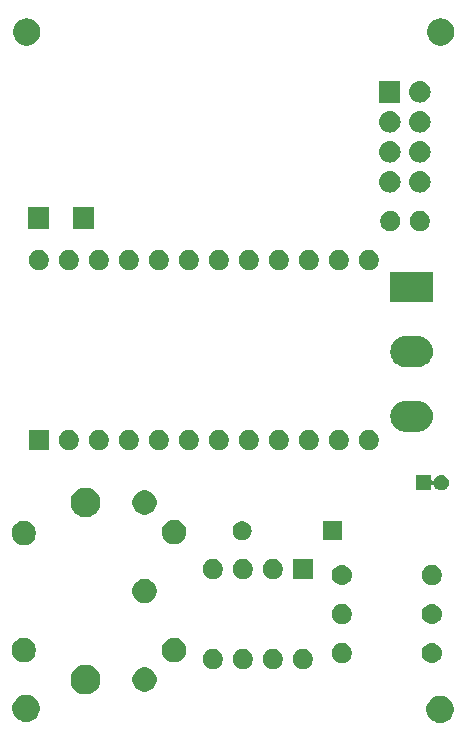
<source format=gbr>
G04 #@! TF.GenerationSoftware,KiCad,Pcbnew,(5.1.4-0-10_14)*
G04 #@! TF.CreationDate,2020-01-13T15:42:18-06:00*
G04 #@! TF.ProjectId,MIDI_TRANSMITTER,4d494449-5f54-4524-914e-534d49545445,rev?*
G04 #@! TF.SameCoordinates,Original*
G04 #@! TF.FileFunction,Soldermask,Bot*
G04 #@! TF.FilePolarity,Negative*
%FSLAX46Y46*%
G04 Gerber Fmt 4.6, Leading zero omitted, Abs format (unit mm)*
G04 Created by KiCad (PCBNEW (5.1.4-0-10_14)) date 2020-01-13 15:42:18*
%MOMM*%
%LPD*%
G04 APERTURE LIST*
%ADD10C,0.100000*%
G04 APERTURE END LIST*
D10*
G36*
X149767049Y-109043616D02*
G01*
X149878234Y-109065732D01*
X150087703Y-109152497D01*
X150276220Y-109278460D01*
X150436540Y-109438780D01*
X150562503Y-109627297D01*
X150649268Y-109836766D01*
X150693500Y-110059136D01*
X150693500Y-110285864D01*
X150649268Y-110508234D01*
X150562503Y-110717703D01*
X150436540Y-110906220D01*
X150276220Y-111066540D01*
X150087703Y-111192503D01*
X149878234Y-111279268D01*
X149767049Y-111301384D01*
X149655865Y-111323500D01*
X149429135Y-111323500D01*
X149317951Y-111301384D01*
X149206766Y-111279268D01*
X148997297Y-111192503D01*
X148808780Y-111066540D01*
X148648460Y-110906220D01*
X148522497Y-110717703D01*
X148435732Y-110508234D01*
X148391500Y-110285864D01*
X148391500Y-110059136D01*
X148435732Y-109836766D01*
X148522497Y-109627297D01*
X148648460Y-109438780D01*
X148808780Y-109278460D01*
X148997297Y-109152497D01*
X149206766Y-109065732D01*
X149317951Y-109043616D01*
X149429135Y-109021500D01*
X149655865Y-109021500D01*
X149767049Y-109043616D01*
X149767049Y-109043616D01*
G37*
G36*
X114715049Y-108980116D02*
G01*
X114826234Y-109002232D01*
X115035703Y-109088997D01*
X115224220Y-109214960D01*
X115384540Y-109375280D01*
X115510503Y-109563797D01*
X115597268Y-109773266D01*
X115641500Y-109995636D01*
X115641500Y-110222364D01*
X115597268Y-110444734D01*
X115510503Y-110654203D01*
X115384540Y-110842720D01*
X115224220Y-111003040D01*
X115035703Y-111129003D01*
X114826234Y-111215768D01*
X114715049Y-111237884D01*
X114603865Y-111260000D01*
X114377135Y-111260000D01*
X114265951Y-111237884D01*
X114154766Y-111215768D01*
X113945297Y-111129003D01*
X113756780Y-111003040D01*
X113596460Y-110842720D01*
X113470497Y-110654203D01*
X113383732Y-110444734D01*
X113339500Y-110222364D01*
X113339500Y-109995636D01*
X113383732Y-109773266D01*
X113470497Y-109563797D01*
X113596460Y-109375280D01*
X113756780Y-109214960D01*
X113945297Y-109088997D01*
X114154766Y-109002232D01*
X114265951Y-108980116D01*
X114377135Y-108958000D01*
X114603865Y-108958000D01*
X114715049Y-108980116D01*
X114715049Y-108980116D01*
G37*
G36*
X119871857Y-106460480D02*
G01*
X119884903Y-106463075D01*
X120112571Y-106557378D01*
X120317466Y-106694285D01*
X120491715Y-106868534D01*
X120628622Y-107073429D01*
X120722925Y-107301097D01*
X120771000Y-107542787D01*
X120771000Y-107789213D01*
X120722925Y-108030903D01*
X120628622Y-108258571D01*
X120491715Y-108463466D01*
X120317466Y-108637715D01*
X120112571Y-108774622D01*
X120112570Y-108774623D01*
X120112569Y-108774623D01*
X119884903Y-108868925D01*
X119643214Y-108917000D01*
X119396786Y-108917000D01*
X119155097Y-108868925D01*
X118927431Y-108774623D01*
X118927430Y-108774623D01*
X118927429Y-108774622D01*
X118722534Y-108637715D01*
X118548285Y-108463466D01*
X118411378Y-108258571D01*
X118317075Y-108030903D01*
X118269000Y-107789213D01*
X118269000Y-107542787D01*
X118317075Y-107301097D01*
X118411378Y-107073429D01*
X118548285Y-106868534D01*
X118722534Y-106694285D01*
X118927429Y-106557378D01*
X119155097Y-106463075D01*
X119168143Y-106460480D01*
X119396786Y-106415000D01*
X119643214Y-106415000D01*
X119871857Y-106460480D01*
X119871857Y-106460480D01*
G37*
G36*
X124819272Y-106679428D02*
G01*
X125005991Y-106756770D01*
X125005993Y-106756771D01*
X125174037Y-106869054D01*
X125316946Y-107011963D01*
X125358016Y-107073429D01*
X125429230Y-107180009D01*
X125506572Y-107366728D01*
X125546000Y-107564947D01*
X125546000Y-107767053D01*
X125506572Y-107965272D01*
X125429230Y-108151991D01*
X125429229Y-108151993D01*
X125316946Y-108320037D01*
X125174037Y-108462946D01*
X125005993Y-108575229D01*
X125005992Y-108575230D01*
X125005991Y-108575230D01*
X124819272Y-108652572D01*
X124621053Y-108692000D01*
X124418947Y-108692000D01*
X124220728Y-108652572D01*
X124034009Y-108575230D01*
X124034008Y-108575230D01*
X124034007Y-108575229D01*
X123865963Y-108462946D01*
X123723054Y-108320037D01*
X123610771Y-108151993D01*
X123610770Y-108151991D01*
X123533428Y-107965272D01*
X123494000Y-107767053D01*
X123494000Y-107564947D01*
X123533428Y-107366728D01*
X123610770Y-107180009D01*
X123681984Y-107073429D01*
X123723054Y-107011963D01*
X123865963Y-106869054D01*
X124034007Y-106756771D01*
X124034009Y-106756770D01*
X124220728Y-106679428D01*
X124418947Y-106640000D01*
X124621053Y-106640000D01*
X124819272Y-106679428D01*
X124819272Y-106679428D01*
G37*
G36*
X138170228Y-105099703D02*
G01*
X138325100Y-105163853D01*
X138464481Y-105256985D01*
X138583015Y-105375519D01*
X138676147Y-105514900D01*
X138740297Y-105669772D01*
X138773000Y-105834184D01*
X138773000Y-106001816D01*
X138740297Y-106166228D01*
X138676147Y-106321100D01*
X138583015Y-106460481D01*
X138464481Y-106579015D01*
X138325100Y-106672147D01*
X138170228Y-106736297D01*
X138005816Y-106769000D01*
X137838184Y-106769000D01*
X137673772Y-106736297D01*
X137518900Y-106672147D01*
X137379519Y-106579015D01*
X137260985Y-106460481D01*
X137167853Y-106321100D01*
X137103703Y-106166228D01*
X137071000Y-106001816D01*
X137071000Y-105834184D01*
X137103703Y-105669772D01*
X137167853Y-105514900D01*
X137260985Y-105375519D01*
X137379519Y-105256985D01*
X137518900Y-105163853D01*
X137673772Y-105099703D01*
X137838184Y-105067000D01*
X138005816Y-105067000D01*
X138170228Y-105099703D01*
X138170228Y-105099703D01*
G37*
G36*
X135630228Y-105099703D02*
G01*
X135785100Y-105163853D01*
X135924481Y-105256985D01*
X136043015Y-105375519D01*
X136136147Y-105514900D01*
X136200297Y-105669772D01*
X136233000Y-105834184D01*
X136233000Y-106001816D01*
X136200297Y-106166228D01*
X136136147Y-106321100D01*
X136043015Y-106460481D01*
X135924481Y-106579015D01*
X135785100Y-106672147D01*
X135630228Y-106736297D01*
X135465816Y-106769000D01*
X135298184Y-106769000D01*
X135133772Y-106736297D01*
X134978900Y-106672147D01*
X134839519Y-106579015D01*
X134720985Y-106460481D01*
X134627853Y-106321100D01*
X134563703Y-106166228D01*
X134531000Y-106001816D01*
X134531000Y-105834184D01*
X134563703Y-105669772D01*
X134627853Y-105514900D01*
X134720985Y-105375519D01*
X134839519Y-105256985D01*
X134978900Y-105163853D01*
X135133772Y-105099703D01*
X135298184Y-105067000D01*
X135465816Y-105067000D01*
X135630228Y-105099703D01*
X135630228Y-105099703D01*
G37*
G36*
X133090228Y-105099703D02*
G01*
X133245100Y-105163853D01*
X133384481Y-105256985D01*
X133503015Y-105375519D01*
X133596147Y-105514900D01*
X133660297Y-105669772D01*
X133693000Y-105834184D01*
X133693000Y-106001816D01*
X133660297Y-106166228D01*
X133596147Y-106321100D01*
X133503015Y-106460481D01*
X133384481Y-106579015D01*
X133245100Y-106672147D01*
X133090228Y-106736297D01*
X132925816Y-106769000D01*
X132758184Y-106769000D01*
X132593772Y-106736297D01*
X132438900Y-106672147D01*
X132299519Y-106579015D01*
X132180985Y-106460481D01*
X132087853Y-106321100D01*
X132023703Y-106166228D01*
X131991000Y-106001816D01*
X131991000Y-105834184D01*
X132023703Y-105669772D01*
X132087853Y-105514900D01*
X132180985Y-105375519D01*
X132299519Y-105256985D01*
X132438900Y-105163853D01*
X132593772Y-105099703D01*
X132758184Y-105067000D01*
X132925816Y-105067000D01*
X133090228Y-105099703D01*
X133090228Y-105099703D01*
G37*
G36*
X130550228Y-105099703D02*
G01*
X130705100Y-105163853D01*
X130844481Y-105256985D01*
X130963015Y-105375519D01*
X131056147Y-105514900D01*
X131120297Y-105669772D01*
X131153000Y-105834184D01*
X131153000Y-106001816D01*
X131120297Y-106166228D01*
X131056147Y-106321100D01*
X130963015Y-106460481D01*
X130844481Y-106579015D01*
X130705100Y-106672147D01*
X130550228Y-106736297D01*
X130385816Y-106769000D01*
X130218184Y-106769000D01*
X130053772Y-106736297D01*
X129898900Y-106672147D01*
X129759519Y-106579015D01*
X129640985Y-106460481D01*
X129547853Y-106321100D01*
X129483703Y-106166228D01*
X129451000Y-106001816D01*
X129451000Y-105834184D01*
X129483703Y-105669772D01*
X129547853Y-105514900D01*
X129640985Y-105375519D01*
X129759519Y-105256985D01*
X129898900Y-105163853D01*
X130053772Y-105099703D01*
X130218184Y-105067000D01*
X130385816Y-105067000D01*
X130550228Y-105099703D01*
X130550228Y-105099703D01*
G37*
G36*
X141472228Y-104591703D02*
G01*
X141627100Y-104655853D01*
X141766481Y-104748985D01*
X141885015Y-104867519D01*
X141978147Y-105006900D01*
X142042297Y-105161772D01*
X142075000Y-105326184D01*
X142075000Y-105493816D01*
X142042297Y-105658228D01*
X141978147Y-105813100D01*
X141885015Y-105952481D01*
X141766481Y-106071015D01*
X141627100Y-106164147D01*
X141472228Y-106228297D01*
X141307816Y-106261000D01*
X141140184Y-106261000D01*
X140975772Y-106228297D01*
X140820900Y-106164147D01*
X140681519Y-106071015D01*
X140562985Y-105952481D01*
X140469853Y-105813100D01*
X140405703Y-105658228D01*
X140373000Y-105493816D01*
X140373000Y-105326184D01*
X140405703Y-105161772D01*
X140469853Y-105006900D01*
X140562985Y-104867519D01*
X140681519Y-104748985D01*
X140820900Y-104655853D01*
X140975772Y-104591703D01*
X141140184Y-104559000D01*
X141307816Y-104559000D01*
X141472228Y-104591703D01*
X141472228Y-104591703D01*
G37*
G36*
X149010823Y-104571313D02*
G01*
X149171242Y-104619976D01*
X149238361Y-104655852D01*
X149319078Y-104698996D01*
X149448659Y-104805341D01*
X149555004Y-104934922D01*
X149555005Y-104934924D01*
X149634024Y-105082758D01*
X149682687Y-105243177D01*
X149699117Y-105410000D01*
X149682687Y-105576823D01*
X149634024Y-105737242D01*
X149589769Y-105820037D01*
X149555004Y-105885078D01*
X149448659Y-106014659D01*
X149319078Y-106121004D01*
X149319076Y-106121005D01*
X149171242Y-106200024D01*
X149010823Y-106248687D01*
X148885804Y-106261000D01*
X148802196Y-106261000D01*
X148677177Y-106248687D01*
X148516758Y-106200024D01*
X148368924Y-106121005D01*
X148368922Y-106121004D01*
X148239341Y-106014659D01*
X148132996Y-105885078D01*
X148098231Y-105820037D01*
X148053976Y-105737242D01*
X148005313Y-105576823D01*
X147988883Y-105410000D01*
X148005313Y-105243177D01*
X148053976Y-105082758D01*
X148132995Y-104934924D01*
X148132996Y-104934922D01*
X148239341Y-104805341D01*
X148368922Y-104698996D01*
X148449639Y-104655852D01*
X148516758Y-104619976D01*
X148677177Y-104571313D01*
X148802196Y-104559000D01*
X148885804Y-104559000D01*
X149010823Y-104571313D01*
X149010823Y-104571313D01*
G37*
G36*
X127319272Y-104179428D02*
G01*
X127481851Y-104246771D01*
X127505993Y-104256771D01*
X127674037Y-104369054D01*
X127816946Y-104511963D01*
X127929229Y-104680007D01*
X127929230Y-104680009D01*
X128006572Y-104866728D01*
X128046000Y-105064947D01*
X128046000Y-105267053D01*
X128006572Y-105465272D01*
X127960365Y-105576825D01*
X127929229Y-105651993D01*
X127816946Y-105820037D01*
X127674037Y-105962946D01*
X127505993Y-106075229D01*
X127505992Y-106075230D01*
X127505991Y-106075230D01*
X127319272Y-106152572D01*
X127121053Y-106192000D01*
X126918947Y-106192000D01*
X126720728Y-106152572D01*
X126534009Y-106075230D01*
X126534008Y-106075230D01*
X126534007Y-106075229D01*
X126365963Y-105962946D01*
X126223054Y-105820037D01*
X126110771Y-105651993D01*
X126079635Y-105576825D01*
X126033428Y-105465272D01*
X125994000Y-105267053D01*
X125994000Y-105064947D01*
X126033428Y-104866728D01*
X126110770Y-104680009D01*
X126110771Y-104680007D01*
X126223054Y-104511963D01*
X126365963Y-104369054D01*
X126534007Y-104256771D01*
X126558149Y-104246771D01*
X126720728Y-104179428D01*
X126918947Y-104140000D01*
X127121053Y-104140000D01*
X127319272Y-104179428D01*
X127319272Y-104179428D01*
G37*
G36*
X114599272Y-104169428D02*
G01*
X114785991Y-104246770D01*
X114785993Y-104246771D01*
X114954037Y-104359054D01*
X115096946Y-104501963D01*
X115209229Y-104670007D01*
X115209230Y-104670009D01*
X115286572Y-104856728D01*
X115326000Y-105054947D01*
X115326000Y-105257053D01*
X115286572Y-105455272D01*
X115209230Y-105641991D01*
X115209229Y-105641993D01*
X115096946Y-105810037D01*
X114954037Y-105952946D01*
X114785993Y-106065229D01*
X114785992Y-106065230D01*
X114785991Y-106065230D01*
X114599272Y-106142572D01*
X114401053Y-106182000D01*
X114198947Y-106182000D01*
X114000728Y-106142572D01*
X113814009Y-106065230D01*
X113814008Y-106065230D01*
X113814007Y-106065229D01*
X113645963Y-105952946D01*
X113503054Y-105810037D01*
X113390771Y-105641993D01*
X113390770Y-105641991D01*
X113313428Y-105455272D01*
X113274000Y-105257053D01*
X113274000Y-105054947D01*
X113313428Y-104856728D01*
X113390770Y-104670009D01*
X113390771Y-104670007D01*
X113503054Y-104501963D01*
X113645963Y-104359054D01*
X113814007Y-104246771D01*
X113814009Y-104246770D01*
X114000728Y-104169428D01*
X114198947Y-104130000D01*
X114401053Y-104130000D01*
X114599272Y-104169428D01*
X114599272Y-104169428D01*
G37*
G36*
X149010823Y-101269313D02*
G01*
X149171242Y-101317976D01*
X149238361Y-101353852D01*
X149319078Y-101396996D01*
X149448659Y-101503341D01*
X149555004Y-101632922D01*
X149555005Y-101632924D01*
X149634024Y-101780758D01*
X149682687Y-101941177D01*
X149699117Y-102108000D01*
X149682687Y-102274823D01*
X149634024Y-102435242D01*
X149593477Y-102511100D01*
X149555004Y-102583078D01*
X149448659Y-102712659D01*
X149319078Y-102819004D01*
X149319076Y-102819005D01*
X149171242Y-102898024D01*
X149010823Y-102946687D01*
X148885804Y-102959000D01*
X148802196Y-102959000D01*
X148677177Y-102946687D01*
X148516758Y-102898024D01*
X148368924Y-102819005D01*
X148368922Y-102819004D01*
X148239341Y-102712659D01*
X148132996Y-102583078D01*
X148094523Y-102511100D01*
X148053976Y-102435242D01*
X148005313Y-102274823D01*
X147988883Y-102108000D01*
X148005313Y-101941177D01*
X148053976Y-101780758D01*
X148132995Y-101632924D01*
X148132996Y-101632922D01*
X148239341Y-101503341D01*
X148368922Y-101396996D01*
X148449639Y-101353852D01*
X148516758Y-101317976D01*
X148677177Y-101269313D01*
X148802196Y-101257000D01*
X148885804Y-101257000D01*
X149010823Y-101269313D01*
X149010823Y-101269313D01*
G37*
G36*
X141472228Y-101289703D02*
G01*
X141627100Y-101353853D01*
X141766481Y-101446985D01*
X141885015Y-101565519D01*
X141978147Y-101704900D01*
X142042297Y-101859772D01*
X142075000Y-102024184D01*
X142075000Y-102191816D01*
X142042297Y-102356228D01*
X141978147Y-102511100D01*
X141885015Y-102650481D01*
X141766481Y-102769015D01*
X141627100Y-102862147D01*
X141472228Y-102926297D01*
X141307816Y-102959000D01*
X141140184Y-102959000D01*
X140975772Y-102926297D01*
X140820900Y-102862147D01*
X140681519Y-102769015D01*
X140562985Y-102650481D01*
X140469853Y-102511100D01*
X140405703Y-102356228D01*
X140373000Y-102191816D01*
X140373000Y-102024184D01*
X140405703Y-101859772D01*
X140469853Y-101704900D01*
X140562985Y-101565519D01*
X140681519Y-101446985D01*
X140820900Y-101353853D01*
X140975772Y-101289703D01*
X141140184Y-101257000D01*
X141307816Y-101257000D01*
X141472228Y-101289703D01*
X141472228Y-101289703D01*
G37*
G36*
X124819272Y-99179428D02*
G01*
X125005991Y-99256770D01*
X125005993Y-99256771D01*
X125174037Y-99369054D01*
X125316946Y-99511963D01*
X125405628Y-99644686D01*
X125429230Y-99680009D01*
X125506572Y-99866728D01*
X125546000Y-100064947D01*
X125546000Y-100267053D01*
X125506572Y-100465272D01*
X125429230Y-100651991D01*
X125429229Y-100651993D01*
X125316946Y-100820037D01*
X125174037Y-100962946D01*
X125005993Y-101075229D01*
X125005992Y-101075230D01*
X125005991Y-101075230D01*
X124819272Y-101152572D01*
X124621053Y-101192000D01*
X124418947Y-101192000D01*
X124220728Y-101152572D01*
X124034009Y-101075230D01*
X124034008Y-101075230D01*
X124034007Y-101075229D01*
X123865963Y-100962946D01*
X123723054Y-100820037D01*
X123610771Y-100651993D01*
X123610770Y-100651991D01*
X123533428Y-100465272D01*
X123494000Y-100267053D01*
X123494000Y-100064947D01*
X123533428Y-99866728D01*
X123610770Y-99680009D01*
X123634372Y-99644686D01*
X123723054Y-99511963D01*
X123865963Y-99369054D01*
X124034007Y-99256771D01*
X124034009Y-99256770D01*
X124220728Y-99179428D01*
X124418947Y-99140000D01*
X124621053Y-99140000D01*
X124819272Y-99179428D01*
X124819272Y-99179428D01*
G37*
G36*
X141390823Y-97967313D02*
G01*
X141551242Y-98015976D01*
X141618361Y-98051852D01*
X141699078Y-98094996D01*
X141828659Y-98201341D01*
X141935004Y-98330922D01*
X141935005Y-98330924D01*
X142014024Y-98478758D01*
X142062687Y-98639177D01*
X142079117Y-98806000D01*
X142062687Y-98972823D01*
X142014024Y-99133242D01*
X141973477Y-99209100D01*
X141935004Y-99281078D01*
X141828659Y-99410659D01*
X141699078Y-99517004D01*
X141699076Y-99517005D01*
X141551242Y-99596024D01*
X141390823Y-99644687D01*
X141265804Y-99657000D01*
X141182196Y-99657000D01*
X141057177Y-99644687D01*
X140896758Y-99596024D01*
X140748924Y-99517005D01*
X140748922Y-99517004D01*
X140619341Y-99410659D01*
X140512996Y-99281078D01*
X140474523Y-99209100D01*
X140433976Y-99133242D01*
X140385313Y-98972823D01*
X140368883Y-98806000D01*
X140385313Y-98639177D01*
X140433976Y-98478758D01*
X140512995Y-98330924D01*
X140512996Y-98330922D01*
X140619341Y-98201341D01*
X140748922Y-98094996D01*
X140829639Y-98051852D01*
X140896758Y-98015976D01*
X141057177Y-97967313D01*
X141182196Y-97955000D01*
X141265804Y-97955000D01*
X141390823Y-97967313D01*
X141390823Y-97967313D01*
G37*
G36*
X149092228Y-97987703D02*
G01*
X149247100Y-98051853D01*
X149386481Y-98144985D01*
X149505015Y-98263519D01*
X149598147Y-98402900D01*
X149662297Y-98557772D01*
X149695000Y-98722184D01*
X149695000Y-98889816D01*
X149662297Y-99054228D01*
X149598147Y-99209100D01*
X149505015Y-99348481D01*
X149386481Y-99467015D01*
X149247100Y-99560147D01*
X149092228Y-99624297D01*
X148927816Y-99657000D01*
X148760184Y-99657000D01*
X148595772Y-99624297D01*
X148440900Y-99560147D01*
X148301519Y-99467015D01*
X148182985Y-99348481D01*
X148089853Y-99209100D01*
X148025703Y-99054228D01*
X147993000Y-98889816D01*
X147993000Y-98722184D01*
X148025703Y-98557772D01*
X148089853Y-98402900D01*
X148182985Y-98263519D01*
X148301519Y-98144985D01*
X148440900Y-98051853D01*
X148595772Y-97987703D01*
X148760184Y-97955000D01*
X148927816Y-97955000D01*
X149092228Y-97987703D01*
X149092228Y-97987703D01*
G37*
G36*
X138773000Y-99149000D02*
G01*
X137071000Y-99149000D01*
X137071000Y-97447000D01*
X138773000Y-97447000D01*
X138773000Y-99149000D01*
X138773000Y-99149000D01*
G37*
G36*
X135630228Y-97479703D02*
G01*
X135785100Y-97543853D01*
X135924481Y-97636985D01*
X136043015Y-97755519D01*
X136136147Y-97894900D01*
X136200297Y-98049772D01*
X136233000Y-98214184D01*
X136233000Y-98381816D01*
X136200297Y-98546228D01*
X136136147Y-98701100D01*
X136043015Y-98840481D01*
X135924481Y-98959015D01*
X135785100Y-99052147D01*
X135630228Y-99116297D01*
X135465816Y-99149000D01*
X135298184Y-99149000D01*
X135133772Y-99116297D01*
X134978900Y-99052147D01*
X134839519Y-98959015D01*
X134720985Y-98840481D01*
X134627853Y-98701100D01*
X134563703Y-98546228D01*
X134531000Y-98381816D01*
X134531000Y-98214184D01*
X134563703Y-98049772D01*
X134627853Y-97894900D01*
X134720985Y-97755519D01*
X134839519Y-97636985D01*
X134978900Y-97543853D01*
X135133772Y-97479703D01*
X135298184Y-97447000D01*
X135465816Y-97447000D01*
X135630228Y-97479703D01*
X135630228Y-97479703D01*
G37*
G36*
X133090228Y-97479703D02*
G01*
X133245100Y-97543853D01*
X133384481Y-97636985D01*
X133503015Y-97755519D01*
X133596147Y-97894900D01*
X133660297Y-98049772D01*
X133693000Y-98214184D01*
X133693000Y-98381816D01*
X133660297Y-98546228D01*
X133596147Y-98701100D01*
X133503015Y-98840481D01*
X133384481Y-98959015D01*
X133245100Y-99052147D01*
X133090228Y-99116297D01*
X132925816Y-99149000D01*
X132758184Y-99149000D01*
X132593772Y-99116297D01*
X132438900Y-99052147D01*
X132299519Y-98959015D01*
X132180985Y-98840481D01*
X132087853Y-98701100D01*
X132023703Y-98546228D01*
X131991000Y-98381816D01*
X131991000Y-98214184D01*
X132023703Y-98049772D01*
X132087853Y-97894900D01*
X132180985Y-97755519D01*
X132299519Y-97636985D01*
X132438900Y-97543853D01*
X132593772Y-97479703D01*
X132758184Y-97447000D01*
X132925816Y-97447000D01*
X133090228Y-97479703D01*
X133090228Y-97479703D01*
G37*
G36*
X130550228Y-97479703D02*
G01*
X130705100Y-97543853D01*
X130844481Y-97636985D01*
X130963015Y-97755519D01*
X131056147Y-97894900D01*
X131120297Y-98049772D01*
X131153000Y-98214184D01*
X131153000Y-98381816D01*
X131120297Y-98546228D01*
X131056147Y-98701100D01*
X130963015Y-98840481D01*
X130844481Y-98959015D01*
X130705100Y-99052147D01*
X130550228Y-99116297D01*
X130385816Y-99149000D01*
X130218184Y-99149000D01*
X130053772Y-99116297D01*
X129898900Y-99052147D01*
X129759519Y-98959015D01*
X129640985Y-98840481D01*
X129547853Y-98701100D01*
X129483703Y-98546228D01*
X129451000Y-98381816D01*
X129451000Y-98214184D01*
X129483703Y-98049772D01*
X129547853Y-97894900D01*
X129640985Y-97755519D01*
X129759519Y-97636985D01*
X129898900Y-97543853D01*
X130053772Y-97479703D01*
X130218184Y-97447000D01*
X130385816Y-97447000D01*
X130550228Y-97479703D01*
X130550228Y-97479703D01*
G37*
G36*
X114599272Y-94263428D02*
G01*
X114785991Y-94340770D01*
X114785993Y-94340771D01*
X114954037Y-94453054D01*
X115096946Y-94595963D01*
X115200863Y-94751487D01*
X115209230Y-94764009D01*
X115286572Y-94950728D01*
X115326000Y-95148947D01*
X115326000Y-95351053D01*
X115286572Y-95549272D01*
X115253699Y-95628633D01*
X115209229Y-95735993D01*
X115096946Y-95904037D01*
X114954037Y-96046946D01*
X114785993Y-96159229D01*
X114785992Y-96159230D01*
X114785991Y-96159230D01*
X114599272Y-96236572D01*
X114401053Y-96276000D01*
X114198947Y-96276000D01*
X114000728Y-96236572D01*
X113814009Y-96159230D01*
X113814008Y-96159230D01*
X113814007Y-96159229D01*
X113645963Y-96046946D01*
X113503054Y-95904037D01*
X113390771Y-95735993D01*
X113346301Y-95628633D01*
X113313428Y-95549272D01*
X113274000Y-95351053D01*
X113274000Y-95148947D01*
X113313428Y-94950728D01*
X113390770Y-94764009D01*
X113399137Y-94751487D01*
X113503054Y-94595963D01*
X113645963Y-94453054D01*
X113814007Y-94340771D01*
X113814009Y-94340770D01*
X114000728Y-94263428D01*
X114198947Y-94224000D01*
X114401053Y-94224000D01*
X114599272Y-94263428D01*
X114599272Y-94263428D01*
G37*
G36*
X127319272Y-94179428D02*
G01*
X127505991Y-94256770D01*
X127505993Y-94256771D01*
X127674037Y-94369054D01*
X127816946Y-94511963D01*
X127873073Y-94595964D01*
X127929230Y-94680009D01*
X128006572Y-94866728D01*
X128046000Y-95064947D01*
X128046000Y-95267053D01*
X128006572Y-95465272D01*
X127971777Y-95549273D01*
X127929229Y-95651993D01*
X127816946Y-95820037D01*
X127674037Y-95962946D01*
X127505993Y-96075229D01*
X127505992Y-96075230D01*
X127505991Y-96075230D01*
X127319272Y-96152572D01*
X127121053Y-96192000D01*
X126918947Y-96192000D01*
X126720728Y-96152572D01*
X126534009Y-96075230D01*
X126534008Y-96075230D01*
X126534007Y-96075229D01*
X126365963Y-95962946D01*
X126223054Y-95820037D01*
X126110771Y-95651993D01*
X126068223Y-95549273D01*
X126033428Y-95465272D01*
X125994000Y-95267053D01*
X125994000Y-95064947D01*
X126033428Y-94866728D01*
X126110770Y-94680009D01*
X126166927Y-94595964D01*
X126223054Y-94511963D01*
X126365963Y-94369054D01*
X126534007Y-94256771D01*
X126534009Y-94256770D01*
X126720728Y-94179428D01*
X126918947Y-94140000D01*
X127121053Y-94140000D01*
X127319272Y-94179428D01*
X127319272Y-94179428D01*
G37*
G36*
X132857071Y-94262363D02*
G01*
X132935523Y-94270090D01*
X133036182Y-94300625D01*
X133086513Y-94315892D01*
X133225665Y-94390271D01*
X133347633Y-94490367D01*
X133447729Y-94612335D01*
X133522108Y-94751487D01*
X133522108Y-94751488D01*
X133567910Y-94902477D01*
X133583375Y-95059500D01*
X133567910Y-95216523D01*
X133552582Y-95267052D01*
X133522108Y-95367513D01*
X133447729Y-95506665D01*
X133347633Y-95628633D01*
X133225665Y-95728729D01*
X133086513Y-95803108D01*
X133036182Y-95818375D01*
X132935523Y-95848910D01*
X132857071Y-95856637D01*
X132817846Y-95860500D01*
X132739154Y-95860500D01*
X132699929Y-95856637D01*
X132621477Y-95848910D01*
X132520818Y-95818375D01*
X132470487Y-95803108D01*
X132331335Y-95728729D01*
X132209367Y-95628633D01*
X132109271Y-95506665D01*
X132034892Y-95367513D01*
X132004418Y-95267052D01*
X131989090Y-95216523D01*
X131973625Y-95059500D01*
X131989090Y-94902477D01*
X132034892Y-94751488D01*
X132034892Y-94751487D01*
X132109271Y-94612335D01*
X132209367Y-94490367D01*
X132331335Y-94390271D01*
X132470487Y-94315892D01*
X132520818Y-94300625D01*
X132621477Y-94270090D01*
X132699929Y-94262363D01*
X132739154Y-94258500D01*
X132817846Y-94258500D01*
X132857071Y-94262363D01*
X132857071Y-94262363D01*
G37*
G36*
X141199500Y-95860500D02*
G01*
X139597500Y-95860500D01*
X139597500Y-94258500D01*
X141199500Y-94258500D01*
X141199500Y-95860500D01*
X141199500Y-95860500D01*
G37*
G36*
X119884903Y-91463075D02*
G01*
X120112571Y-91557378D01*
X120317466Y-91694285D01*
X120491715Y-91868534D01*
X120628622Y-92073429D01*
X120722925Y-92301097D01*
X120771000Y-92542787D01*
X120771000Y-92789213D01*
X120722925Y-93030903D01*
X120628622Y-93258571D01*
X120491715Y-93463466D01*
X120317466Y-93637715D01*
X120112571Y-93774622D01*
X120112570Y-93774623D01*
X120112569Y-93774623D01*
X119884903Y-93868925D01*
X119643214Y-93917000D01*
X119396786Y-93917000D01*
X119155097Y-93868925D01*
X118927431Y-93774623D01*
X118927430Y-93774623D01*
X118927429Y-93774622D01*
X118722534Y-93637715D01*
X118548285Y-93463466D01*
X118411378Y-93258571D01*
X118317075Y-93030903D01*
X118269000Y-92789213D01*
X118269000Y-92542787D01*
X118317075Y-92301097D01*
X118411378Y-92073429D01*
X118548285Y-91868534D01*
X118722534Y-91694285D01*
X118927429Y-91557378D01*
X119155097Y-91463075D01*
X119396786Y-91415000D01*
X119643214Y-91415000D01*
X119884903Y-91463075D01*
X119884903Y-91463075D01*
G37*
G36*
X124819272Y-91679428D02*
G01*
X125005991Y-91756770D01*
X125005993Y-91756771D01*
X125174037Y-91869054D01*
X125316946Y-92011963D01*
X125358016Y-92073429D01*
X125429230Y-92180009D01*
X125506572Y-92366728D01*
X125546000Y-92564947D01*
X125546000Y-92767053D01*
X125506572Y-92965272D01*
X125429230Y-93151991D01*
X125429229Y-93151993D01*
X125316946Y-93320037D01*
X125174037Y-93462946D01*
X125005993Y-93575229D01*
X125005992Y-93575230D01*
X125005991Y-93575230D01*
X124819272Y-93652572D01*
X124621053Y-93692000D01*
X124418947Y-93692000D01*
X124220728Y-93652572D01*
X124034009Y-93575230D01*
X124034008Y-93575230D01*
X124034007Y-93575229D01*
X123865963Y-93462946D01*
X123723054Y-93320037D01*
X123610771Y-93151993D01*
X123610770Y-93151991D01*
X123533428Y-92965272D01*
X123494000Y-92767053D01*
X123494000Y-92564947D01*
X123533428Y-92366728D01*
X123610770Y-92180009D01*
X123681984Y-92073429D01*
X123723054Y-92011963D01*
X123865963Y-91869054D01*
X124034007Y-91756771D01*
X124034009Y-91756770D01*
X124220728Y-91679428D01*
X124418947Y-91640000D01*
X124621053Y-91640000D01*
X124819272Y-91679428D01*
X124819272Y-91679428D01*
G37*
G36*
X148796500Y-90715609D02*
G01*
X148798902Y-90739995D01*
X148806015Y-90763444D01*
X148817566Y-90785055D01*
X148833111Y-90803997D01*
X148852053Y-90819542D01*
X148873664Y-90831093D01*
X148897113Y-90838206D01*
X148921499Y-90840608D01*
X148945885Y-90838206D01*
X148969334Y-90831093D01*
X148990945Y-90819542D01*
X149009887Y-90803997D01*
X149025432Y-90785055D01*
X149036983Y-90763444D01*
X149068590Y-90687138D01*
X149139835Y-90580512D01*
X149230512Y-90489835D01*
X149337136Y-90418591D01*
X149455610Y-90369517D01*
X149581381Y-90344500D01*
X149709619Y-90344500D01*
X149835390Y-90369517D01*
X149953864Y-90418591D01*
X150060488Y-90489835D01*
X150151165Y-90580512D01*
X150222409Y-90687136D01*
X150271483Y-90805610D01*
X150296500Y-90931382D01*
X150296500Y-91059618D01*
X150271483Y-91185390D01*
X150222409Y-91303864D01*
X150151165Y-91410488D01*
X150060488Y-91501165D01*
X149953864Y-91572409D01*
X149953863Y-91572410D01*
X149953862Y-91572410D01*
X149835390Y-91621483D01*
X149709619Y-91646500D01*
X149581381Y-91646500D01*
X149455610Y-91621483D01*
X149337138Y-91572410D01*
X149337137Y-91572410D01*
X149337136Y-91572409D01*
X149230512Y-91501165D01*
X149139835Y-91410488D01*
X149068591Y-91303864D01*
X149036983Y-91227555D01*
X149025432Y-91205945D01*
X149009887Y-91187003D01*
X148990945Y-91171458D01*
X148969334Y-91159907D01*
X148945885Y-91152794D01*
X148921499Y-91150392D01*
X148897113Y-91152794D01*
X148873664Y-91159907D01*
X148852053Y-91171458D01*
X148833111Y-91187003D01*
X148817566Y-91205945D01*
X148806015Y-91227556D01*
X148798902Y-91251005D01*
X148796500Y-91275391D01*
X148796500Y-91646500D01*
X147494500Y-91646500D01*
X147494500Y-90344500D01*
X148796500Y-90344500D01*
X148796500Y-90715609D01*
X148796500Y-90715609D01*
G37*
G36*
X141218228Y-86557703D02*
G01*
X141373100Y-86621853D01*
X141512481Y-86714985D01*
X141631015Y-86833519D01*
X141724147Y-86972900D01*
X141788297Y-87127772D01*
X141821000Y-87292184D01*
X141821000Y-87459816D01*
X141788297Y-87624228D01*
X141724147Y-87779100D01*
X141631015Y-87918481D01*
X141512481Y-88037015D01*
X141373100Y-88130147D01*
X141218228Y-88194297D01*
X141053816Y-88227000D01*
X140886184Y-88227000D01*
X140721772Y-88194297D01*
X140566900Y-88130147D01*
X140427519Y-88037015D01*
X140308985Y-87918481D01*
X140215853Y-87779100D01*
X140151703Y-87624228D01*
X140119000Y-87459816D01*
X140119000Y-87292184D01*
X140151703Y-87127772D01*
X140215853Y-86972900D01*
X140308985Y-86833519D01*
X140427519Y-86714985D01*
X140566900Y-86621853D01*
X140721772Y-86557703D01*
X140886184Y-86525000D01*
X141053816Y-86525000D01*
X141218228Y-86557703D01*
X141218228Y-86557703D01*
G37*
G36*
X120898228Y-86557703D02*
G01*
X121053100Y-86621853D01*
X121192481Y-86714985D01*
X121311015Y-86833519D01*
X121404147Y-86972900D01*
X121468297Y-87127772D01*
X121501000Y-87292184D01*
X121501000Y-87459816D01*
X121468297Y-87624228D01*
X121404147Y-87779100D01*
X121311015Y-87918481D01*
X121192481Y-88037015D01*
X121053100Y-88130147D01*
X120898228Y-88194297D01*
X120733816Y-88227000D01*
X120566184Y-88227000D01*
X120401772Y-88194297D01*
X120246900Y-88130147D01*
X120107519Y-88037015D01*
X119988985Y-87918481D01*
X119895853Y-87779100D01*
X119831703Y-87624228D01*
X119799000Y-87459816D01*
X119799000Y-87292184D01*
X119831703Y-87127772D01*
X119895853Y-86972900D01*
X119988985Y-86833519D01*
X120107519Y-86714985D01*
X120246900Y-86621853D01*
X120401772Y-86557703D01*
X120566184Y-86525000D01*
X120733816Y-86525000D01*
X120898228Y-86557703D01*
X120898228Y-86557703D01*
G37*
G36*
X143758228Y-86557703D02*
G01*
X143913100Y-86621853D01*
X144052481Y-86714985D01*
X144171015Y-86833519D01*
X144264147Y-86972900D01*
X144328297Y-87127772D01*
X144361000Y-87292184D01*
X144361000Y-87459816D01*
X144328297Y-87624228D01*
X144264147Y-87779100D01*
X144171015Y-87918481D01*
X144052481Y-88037015D01*
X143913100Y-88130147D01*
X143758228Y-88194297D01*
X143593816Y-88227000D01*
X143426184Y-88227000D01*
X143261772Y-88194297D01*
X143106900Y-88130147D01*
X142967519Y-88037015D01*
X142848985Y-87918481D01*
X142755853Y-87779100D01*
X142691703Y-87624228D01*
X142659000Y-87459816D01*
X142659000Y-87292184D01*
X142691703Y-87127772D01*
X142755853Y-86972900D01*
X142848985Y-86833519D01*
X142967519Y-86714985D01*
X143106900Y-86621853D01*
X143261772Y-86557703D01*
X143426184Y-86525000D01*
X143593816Y-86525000D01*
X143758228Y-86557703D01*
X143758228Y-86557703D01*
G37*
G36*
X116421000Y-88227000D02*
G01*
X114719000Y-88227000D01*
X114719000Y-86525000D01*
X116421000Y-86525000D01*
X116421000Y-88227000D01*
X116421000Y-88227000D01*
G37*
G36*
X118358228Y-86557703D02*
G01*
X118513100Y-86621853D01*
X118652481Y-86714985D01*
X118771015Y-86833519D01*
X118864147Y-86972900D01*
X118928297Y-87127772D01*
X118961000Y-87292184D01*
X118961000Y-87459816D01*
X118928297Y-87624228D01*
X118864147Y-87779100D01*
X118771015Y-87918481D01*
X118652481Y-88037015D01*
X118513100Y-88130147D01*
X118358228Y-88194297D01*
X118193816Y-88227000D01*
X118026184Y-88227000D01*
X117861772Y-88194297D01*
X117706900Y-88130147D01*
X117567519Y-88037015D01*
X117448985Y-87918481D01*
X117355853Y-87779100D01*
X117291703Y-87624228D01*
X117259000Y-87459816D01*
X117259000Y-87292184D01*
X117291703Y-87127772D01*
X117355853Y-86972900D01*
X117448985Y-86833519D01*
X117567519Y-86714985D01*
X117706900Y-86621853D01*
X117861772Y-86557703D01*
X118026184Y-86525000D01*
X118193816Y-86525000D01*
X118358228Y-86557703D01*
X118358228Y-86557703D01*
G37*
G36*
X123438228Y-86557703D02*
G01*
X123593100Y-86621853D01*
X123732481Y-86714985D01*
X123851015Y-86833519D01*
X123944147Y-86972900D01*
X124008297Y-87127772D01*
X124041000Y-87292184D01*
X124041000Y-87459816D01*
X124008297Y-87624228D01*
X123944147Y-87779100D01*
X123851015Y-87918481D01*
X123732481Y-88037015D01*
X123593100Y-88130147D01*
X123438228Y-88194297D01*
X123273816Y-88227000D01*
X123106184Y-88227000D01*
X122941772Y-88194297D01*
X122786900Y-88130147D01*
X122647519Y-88037015D01*
X122528985Y-87918481D01*
X122435853Y-87779100D01*
X122371703Y-87624228D01*
X122339000Y-87459816D01*
X122339000Y-87292184D01*
X122371703Y-87127772D01*
X122435853Y-86972900D01*
X122528985Y-86833519D01*
X122647519Y-86714985D01*
X122786900Y-86621853D01*
X122941772Y-86557703D01*
X123106184Y-86525000D01*
X123273816Y-86525000D01*
X123438228Y-86557703D01*
X123438228Y-86557703D01*
G37*
G36*
X125978228Y-86557703D02*
G01*
X126133100Y-86621853D01*
X126272481Y-86714985D01*
X126391015Y-86833519D01*
X126484147Y-86972900D01*
X126548297Y-87127772D01*
X126581000Y-87292184D01*
X126581000Y-87459816D01*
X126548297Y-87624228D01*
X126484147Y-87779100D01*
X126391015Y-87918481D01*
X126272481Y-88037015D01*
X126133100Y-88130147D01*
X125978228Y-88194297D01*
X125813816Y-88227000D01*
X125646184Y-88227000D01*
X125481772Y-88194297D01*
X125326900Y-88130147D01*
X125187519Y-88037015D01*
X125068985Y-87918481D01*
X124975853Y-87779100D01*
X124911703Y-87624228D01*
X124879000Y-87459816D01*
X124879000Y-87292184D01*
X124911703Y-87127772D01*
X124975853Y-86972900D01*
X125068985Y-86833519D01*
X125187519Y-86714985D01*
X125326900Y-86621853D01*
X125481772Y-86557703D01*
X125646184Y-86525000D01*
X125813816Y-86525000D01*
X125978228Y-86557703D01*
X125978228Y-86557703D01*
G37*
G36*
X128518228Y-86557703D02*
G01*
X128673100Y-86621853D01*
X128812481Y-86714985D01*
X128931015Y-86833519D01*
X129024147Y-86972900D01*
X129088297Y-87127772D01*
X129121000Y-87292184D01*
X129121000Y-87459816D01*
X129088297Y-87624228D01*
X129024147Y-87779100D01*
X128931015Y-87918481D01*
X128812481Y-88037015D01*
X128673100Y-88130147D01*
X128518228Y-88194297D01*
X128353816Y-88227000D01*
X128186184Y-88227000D01*
X128021772Y-88194297D01*
X127866900Y-88130147D01*
X127727519Y-88037015D01*
X127608985Y-87918481D01*
X127515853Y-87779100D01*
X127451703Y-87624228D01*
X127419000Y-87459816D01*
X127419000Y-87292184D01*
X127451703Y-87127772D01*
X127515853Y-86972900D01*
X127608985Y-86833519D01*
X127727519Y-86714985D01*
X127866900Y-86621853D01*
X128021772Y-86557703D01*
X128186184Y-86525000D01*
X128353816Y-86525000D01*
X128518228Y-86557703D01*
X128518228Y-86557703D01*
G37*
G36*
X131058228Y-86557703D02*
G01*
X131213100Y-86621853D01*
X131352481Y-86714985D01*
X131471015Y-86833519D01*
X131564147Y-86972900D01*
X131628297Y-87127772D01*
X131661000Y-87292184D01*
X131661000Y-87459816D01*
X131628297Y-87624228D01*
X131564147Y-87779100D01*
X131471015Y-87918481D01*
X131352481Y-88037015D01*
X131213100Y-88130147D01*
X131058228Y-88194297D01*
X130893816Y-88227000D01*
X130726184Y-88227000D01*
X130561772Y-88194297D01*
X130406900Y-88130147D01*
X130267519Y-88037015D01*
X130148985Y-87918481D01*
X130055853Y-87779100D01*
X129991703Y-87624228D01*
X129959000Y-87459816D01*
X129959000Y-87292184D01*
X129991703Y-87127772D01*
X130055853Y-86972900D01*
X130148985Y-86833519D01*
X130267519Y-86714985D01*
X130406900Y-86621853D01*
X130561772Y-86557703D01*
X130726184Y-86525000D01*
X130893816Y-86525000D01*
X131058228Y-86557703D01*
X131058228Y-86557703D01*
G37*
G36*
X133598228Y-86557703D02*
G01*
X133753100Y-86621853D01*
X133892481Y-86714985D01*
X134011015Y-86833519D01*
X134104147Y-86972900D01*
X134168297Y-87127772D01*
X134201000Y-87292184D01*
X134201000Y-87459816D01*
X134168297Y-87624228D01*
X134104147Y-87779100D01*
X134011015Y-87918481D01*
X133892481Y-88037015D01*
X133753100Y-88130147D01*
X133598228Y-88194297D01*
X133433816Y-88227000D01*
X133266184Y-88227000D01*
X133101772Y-88194297D01*
X132946900Y-88130147D01*
X132807519Y-88037015D01*
X132688985Y-87918481D01*
X132595853Y-87779100D01*
X132531703Y-87624228D01*
X132499000Y-87459816D01*
X132499000Y-87292184D01*
X132531703Y-87127772D01*
X132595853Y-86972900D01*
X132688985Y-86833519D01*
X132807519Y-86714985D01*
X132946900Y-86621853D01*
X133101772Y-86557703D01*
X133266184Y-86525000D01*
X133433816Y-86525000D01*
X133598228Y-86557703D01*
X133598228Y-86557703D01*
G37*
G36*
X138678228Y-86557703D02*
G01*
X138833100Y-86621853D01*
X138972481Y-86714985D01*
X139091015Y-86833519D01*
X139184147Y-86972900D01*
X139248297Y-87127772D01*
X139281000Y-87292184D01*
X139281000Y-87459816D01*
X139248297Y-87624228D01*
X139184147Y-87779100D01*
X139091015Y-87918481D01*
X138972481Y-88037015D01*
X138833100Y-88130147D01*
X138678228Y-88194297D01*
X138513816Y-88227000D01*
X138346184Y-88227000D01*
X138181772Y-88194297D01*
X138026900Y-88130147D01*
X137887519Y-88037015D01*
X137768985Y-87918481D01*
X137675853Y-87779100D01*
X137611703Y-87624228D01*
X137579000Y-87459816D01*
X137579000Y-87292184D01*
X137611703Y-87127772D01*
X137675853Y-86972900D01*
X137768985Y-86833519D01*
X137887519Y-86714985D01*
X138026900Y-86621853D01*
X138181772Y-86557703D01*
X138346184Y-86525000D01*
X138513816Y-86525000D01*
X138678228Y-86557703D01*
X138678228Y-86557703D01*
G37*
G36*
X136138228Y-86557703D02*
G01*
X136293100Y-86621853D01*
X136432481Y-86714985D01*
X136551015Y-86833519D01*
X136644147Y-86972900D01*
X136708297Y-87127772D01*
X136741000Y-87292184D01*
X136741000Y-87459816D01*
X136708297Y-87624228D01*
X136644147Y-87779100D01*
X136551015Y-87918481D01*
X136432481Y-88037015D01*
X136293100Y-88130147D01*
X136138228Y-88194297D01*
X135973816Y-88227000D01*
X135806184Y-88227000D01*
X135641772Y-88194297D01*
X135486900Y-88130147D01*
X135347519Y-88037015D01*
X135228985Y-87918481D01*
X135135853Y-87779100D01*
X135071703Y-87624228D01*
X135039000Y-87459816D01*
X135039000Y-87292184D01*
X135071703Y-87127772D01*
X135135853Y-86972900D01*
X135228985Y-86833519D01*
X135347519Y-86714985D01*
X135486900Y-86621853D01*
X135641772Y-86557703D01*
X135806184Y-86525000D01*
X135973816Y-86525000D01*
X136138228Y-86557703D01*
X136138228Y-86557703D01*
G37*
G36*
X147788972Y-84080412D02*
G01*
X147884540Y-84089825D01*
X148129780Y-84164218D01*
X148355794Y-84285025D01*
X148407399Y-84327376D01*
X148553897Y-84447603D01*
X148674124Y-84594101D01*
X148716475Y-84645706D01*
X148837282Y-84871720D01*
X148911675Y-85116960D01*
X148936794Y-85372000D01*
X148911675Y-85627040D01*
X148837282Y-85872280D01*
X148716475Y-86098294D01*
X148674124Y-86149899D01*
X148553897Y-86296397D01*
X148407399Y-86416624D01*
X148355794Y-86458975D01*
X148129780Y-86579782D01*
X147884540Y-86654175D01*
X147788972Y-86663588D01*
X147693406Y-86673000D01*
X146565594Y-86673000D01*
X146470028Y-86663588D01*
X146374460Y-86654175D01*
X146129220Y-86579782D01*
X145903206Y-86458975D01*
X145851601Y-86416624D01*
X145705103Y-86296397D01*
X145584876Y-86149899D01*
X145542525Y-86098294D01*
X145421718Y-85872280D01*
X145347325Y-85627040D01*
X145322206Y-85372000D01*
X145347325Y-85116960D01*
X145421718Y-84871720D01*
X145542525Y-84645706D01*
X145584876Y-84594101D01*
X145705103Y-84447603D01*
X145851601Y-84327376D01*
X145903206Y-84285025D01*
X146129220Y-84164218D01*
X146374460Y-84089825D01*
X146470028Y-84080412D01*
X146565594Y-84071000D01*
X147693406Y-84071000D01*
X147788972Y-84080412D01*
X147788972Y-84080412D01*
G37*
G36*
X147788973Y-78605413D02*
G01*
X147884540Y-78614825D01*
X148129780Y-78689218D01*
X148355794Y-78810025D01*
X148407399Y-78852376D01*
X148553897Y-78972603D01*
X148674124Y-79119101D01*
X148716475Y-79170706D01*
X148837282Y-79396720D01*
X148911675Y-79641960D01*
X148936794Y-79897000D01*
X148911675Y-80152040D01*
X148837282Y-80397280D01*
X148716475Y-80623294D01*
X148674124Y-80674899D01*
X148553897Y-80821397D01*
X148407399Y-80941624D01*
X148355794Y-80983975D01*
X148129780Y-81104782D01*
X147884540Y-81179175D01*
X147788972Y-81188588D01*
X147693406Y-81198000D01*
X146565594Y-81198000D01*
X146470028Y-81188588D01*
X146374460Y-81179175D01*
X146129220Y-81104782D01*
X145903206Y-80983975D01*
X145851601Y-80941624D01*
X145705103Y-80821397D01*
X145584876Y-80674899D01*
X145542525Y-80623294D01*
X145421718Y-80397280D01*
X145347325Y-80152040D01*
X145322206Y-79897000D01*
X145347325Y-79641960D01*
X145421718Y-79396720D01*
X145542525Y-79170706D01*
X145584876Y-79119101D01*
X145705103Y-78972603D01*
X145851601Y-78852376D01*
X145903206Y-78810025D01*
X146129220Y-78689218D01*
X146374460Y-78614825D01*
X146470027Y-78605413D01*
X146565594Y-78596000D01*
X147693406Y-78596000D01*
X147788973Y-78605413D01*
X147788973Y-78605413D01*
G37*
G36*
X148930500Y-75723000D02*
G01*
X145328500Y-75723000D01*
X145328500Y-73121000D01*
X148930500Y-73121000D01*
X148930500Y-75723000D01*
X148930500Y-75723000D01*
G37*
G36*
X118358228Y-71317703D02*
G01*
X118513100Y-71381853D01*
X118652481Y-71474985D01*
X118771015Y-71593519D01*
X118864147Y-71732900D01*
X118928297Y-71887772D01*
X118961000Y-72052184D01*
X118961000Y-72219816D01*
X118928297Y-72384228D01*
X118864147Y-72539100D01*
X118771015Y-72678481D01*
X118652481Y-72797015D01*
X118513100Y-72890147D01*
X118358228Y-72954297D01*
X118193816Y-72987000D01*
X118026184Y-72987000D01*
X117861772Y-72954297D01*
X117706900Y-72890147D01*
X117567519Y-72797015D01*
X117448985Y-72678481D01*
X117355853Y-72539100D01*
X117291703Y-72384228D01*
X117259000Y-72219816D01*
X117259000Y-72052184D01*
X117291703Y-71887772D01*
X117355853Y-71732900D01*
X117448985Y-71593519D01*
X117567519Y-71474985D01*
X117706900Y-71381853D01*
X117861772Y-71317703D01*
X118026184Y-71285000D01*
X118193816Y-71285000D01*
X118358228Y-71317703D01*
X118358228Y-71317703D01*
G37*
G36*
X143758228Y-71317703D02*
G01*
X143913100Y-71381853D01*
X144052481Y-71474985D01*
X144171015Y-71593519D01*
X144264147Y-71732900D01*
X144328297Y-71887772D01*
X144361000Y-72052184D01*
X144361000Y-72219816D01*
X144328297Y-72384228D01*
X144264147Y-72539100D01*
X144171015Y-72678481D01*
X144052481Y-72797015D01*
X143913100Y-72890147D01*
X143758228Y-72954297D01*
X143593816Y-72987000D01*
X143426184Y-72987000D01*
X143261772Y-72954297D01*
X143106900Y-72890147D01*
X142967519Y-72797015D01*
X142848985Y-72678481D01*
X142755853Y-72539100D01*
X142691703Y-72384228D01*
X142659000Y-72219816D01*
X142659000Y-72052184D01*
X142691703Y-71887772D01*
X142755853Y-71732900D01*
X142848985Y-71593519D01*
X142967519Y-71474985D01*
X143106900Y-71381853D01*
X143261772Y-71317703D01*
X143426184Y-71285000D01*
X143593816Y-71285000D01*
X143758228Y-71317703D01*
X143758228Y-71317703D01*
G37*
G36*
X141218228Y-71317703D02*
G01*
X141373100Y-71381853D01*
X141512481Y-71474985D01*
X141631015Y-71593519D01*
X141724147Y-71732900D01*
X141788297Y-71887772D01*
X141821000Y-72052184D01*
X141821000Y-72219816D01*
X141788297Y-72384228D01*
X141724147Y-72539100D01*
X141631015Y-72678481D01*
X141512481Y-72797015D01*
X141373100Y-72890147D01*
X141218228Y-72954297D01*
X141053816Y-72987000D01*
X140886184Y-72987000D01*
X140721772Y-72954297D01*
X140566900Y-72890147D01*
X140427519Y-72797015D01*
X140308985Y-72678481D01*
X140215853Y-72539100D01*
X140151703Y-72384228D01*
X140119000Y-72219816D01*
X140119000Y-72052184D01*
X140151703Y-71887772D01*
X140215853Y-71732900D01*
X140308985Y-71593519D01*
X140427519Y-71474985D01*
X140566900Y-71381853D01*
X140721772Y-71317703D01*
X140886184Y-71285000D01*
X141053816Y-71285000D01*
X141218228Y-71317703D01*
X141218228Y-71317703D01*
G37*
G36*
X138678228Y-71317703D02*
G01*
X138833100Y-71381853D01*
X138972481Y-71474985D01*
X139091015Y-71593519D01*
X139184147Y-71732900D01*
X139248297Y-71887772D01*
X139281000Y-72052184D01*
X139281000Y-72219816D01*
X139248297Y-72384228D01*
X139184147Y-72539100D01*
X139091015Y-72678481D01*
X138972481Y-72797015D01*
X138833100Y-72890147D01*
X138678228Y-72954297D01*
X138513816Y-72987000D01*
X138346184Y-72987000D01*
X138181772Y-72954297D01*
X138026900Y-72890147D01*
X137887519Y-72797015D01*
X137768985Y-72678481D01*
X137675853Y-72539100D01*
X137611703Y-72384228D01*
X137579000Y-72219816D01*
X137579000Y-72052184D01*
X137611703Y-71887772D01*
X137675853Y-71732900D01*
X137768985Y-71593519D01*
X137887519Y-71474985D01*
X138026900Y-71381853D01*
X138181772Y-71317703D01*
X138346184Y-71285000D01*
X138513816Y-71285000D01*
X138678228Y-71317703D01*
X138678228Y-71317703D01*
G37*
G36*
X136138228Y-71317703D02*
G01*
X136293100Y-71381853D01*
X136432481Y-71474985D01*
X136551015Y-71593519D01*
X136644147Y-71732900D01*
X136708297Y-71887772D01*
X136741000Y-72052184D01*
X136741000Y-72219816D01*
X136708297Y-72384228D01*
X136644147Y-72539100D01*
X136551015Y-72678481D01*
X136432481Y-72797015D01*
X136293100Y-72890147D01*
X136138228Y-72954297D01*
X135973816Y-72987000D01*
X135806184Y-72987000D01*
X135641772Y-72954297D01*
X135486900Y-72890147D01*
X135347519Y-72797015D01*
X135228985Y-72678481D01*
X135135853Y-72539100D01*
X135071703Y-72384228D01*
X135039000Y-72219816D01*
X135039000Y-72052184D01*
X135071703Y-71887772D01*
X135135853Y-71732900D01*
X135228985Y-71593519D01*
X135347519Y-71474985D01*
X135486900Y-71381853D01*
X135641772Y-71317703D01*
X135806184Y-71285000D01*
X135973816Y-71285000D01*
X136138228Y-71317703D01*
X136138228Y-71317703D01*
G37*
G36*
X133598228Y-71317703D02*
G01*
X133753100Y-71381853D01*
X133892481Y-71474985D01*
X134011015Y-71593519D01*
X134104147Y-71732900D01*
X134168297Y-71887772D01*
X134201000Y-72052184D01*
X134201000Y-72219816D01*
X134168297Y-72384228D01*
X134104147Y-72539100D01*
X134011015Y-72678481D01*
X133892481Y-72797015D01*
X133753100Y-72890147D01*
X133598228Y-72954297D01*
X133433816Y-72987000D01*
X133266184Y-72987000D01*
X133101772Y-72954297D01*
X132946900Y-72890147D01*
X132807519Y-72797015D01*
X132688985Y-72678481D01*
X132595853Y-72539100D01*
X132531703Y-72384228D01*
X132499000Y-72219816D01*
X132499000Y-72052184D01*
X132531703Y-71887772D01*
X132595853Y-71732900D01*
X132688985Y-71593519D01*
X132807519Y-71474985D01*
X132946900Y-71381853D01*
X133101772Y-71317703D01*
X133266184Y-71285000D01*
X133433816Y-71285000D01*
X133598228Y-71317703D01*
X133598228Y-71317703D01*
G37*
G36*
X131058228Y-71317703D02*
G01*
X131213100Y-71381853D01*
X131352481Y-71474985D01*
X131471015Y-71593519D01*
X131564147Y-71732900D01*
X131628297Y-71887772D01*
X131661000Y-72052184D01*
X131661000Y-72219816D01*
X131628297Y-72384228D01*
X131564147Y-72539100D01*
X131471015Y-72678481D01*
X131352481Y-72797015D01*
X131213100Y-72890147D01*
X131058228Y-72954297D01*
X130893816Y-72987000D01*
X130726184Y-72987000D01*
X130561772Y-72954297D01*
X130406900Y-72890147D01*
X130267519Y-72797015D01*
X130148985Y-72678481D01*
X130055853Y-72539100D01*
X129991703Y-72384228D01*
X129959000Y-72219816D01*
X129959000Y-72052184D01*
X129991703Y-71887772D01*
X130055853Y-71732900D01*
X130148985Y-71593519D01*
X130267519Y-71474985D01*
X130406900Y-71381853D01*
X130561772Y-71317703D01*
X130726184Y-71285000D01*
X130893816Y-71285000D01*
X131058228Y-71317703D01*
X131058228Y-71317703D01*
G37*
G36*
X128518228Y-71317703D02*
G01*
X128673100Y-71381853D01*
X128812481Y-71474985D01*
X128931015Y-71593519D01*
X129024147Y-71732900D01*
X129088297Y-71887772D01*
X129121000Y-72052184D01*
X129121000Y-72219816D01*
X129088297Y-72384228D01*
X129024147Y-72539100D01*
X128931015Y-72678481D01*
X128812481Y-72797015D01*
X128673100Y-72890147D01*
X128518228Y-72954297D01*
X128353816Y-72987000D01*
X128186184Y-72987000D01*
X128021772Y-72954297D01*
X127866900Y-72890147D01*
X127727519Y-72797015D01*
X127608985Y-72678481D01*
X127515853Y-72539100D01*
X127451703Y-72384228D01*
X127419000Y-72219816D01*
X127419000Y-72052184D01*
X127451703Y-71887772D01*
X127515853Y-71732900D01*
X127608985Y-71593519D01*
X127727519Y-71474985D01*
X127866900Y-71381853D01*
X128021772Y-71317703D01*
X128186184Y-71285000D01*
X128353816Y-71285000D01*
X128518228Y-71317703D01*
X128518228Y-71317703D01*
G37*
G36*
X125978228Y-71317703D02*
G01*
X126133100Y-71381853D01*
X126272481Y-71474985D01*
X126391015Y-71593519D01*
X126484147Y-71732900D01*
X126548297Y-71887772D01*
X126581000Y-72052184D01*
X126581000Y-72219816D01*
X126548297Y-72384228D01*
X126484147Y-72539100D01*
X126391015Y-72678481D01*
X126272481Y-72797015D01*
X126133100Y-72890147D01*
X125978228Y-72954297D01*
X125813816Y-72987000D01*
X125646184Y-72987000D01*
X125481772Y-72954297D01*
X125326900Y-72890147D01*
X125187519Y-72797015D01*
X125068985Y-72678481D01*
X124975853Y-72539100D01*
X124911703Y-72384228D01*
X124879000Y-72219816D01*
X124879000Y-72052184D01*
X124911703Y-71887772D01*
X124975853Y-71732900D01*
X125068985Y-71593519D01*
X125187519Y-71474985D01*
X125326900Y-71381853D01*
X125481772Y-71317703D01*
X125646184Y-71285000D01*
X125813816Y-71285000D01*
X125978228Y-71317703D01*
X125978228Y-71317703D01*
G37*
G36*
X123438228Y-71317703D02*
G01*
X123593100Y-71381853D01*
X123732481Y-71474985D01*
X123851015Y-71593519D01*
X123944147Y-71732900D01*
X124008297Y-71887772D01*
X124041000Y-72052184D01*
X124041000Y-72219816D01*
X124008297Y-72384228D01*
X123944147Y-72539100D01*
X123851015Y-72678481D01*
X123732481Y-72797015D01*
X123593100Y-72890147D01*
X123438228Y-72954297D01*
X123273816Y-72987000D01*
X123106184Y-72987000D01*
X122941772Y-72954297D01*
X122786900Y-72890147D01*
X122647519Y-72797015D01*
X122528985Y-72678481D01*
X122435853Y-72539100D01*
X122371703Y-72384228D01*
X122339000Y-72219816D01*
X122339000Y-72052184D01*
X122371703Y-71887772D01*
X122435853Y-71732900D01*
X122528985Y-71593519D01*
X122647519Y-71474985D01*
X122786900Y-71381853D01*
X122941772Y-71317703D01*
X123106184Y-71285000D01*
X123273816Y-71285000D01*
X123438228Y-71317703D01*
X123438228Y-71317703D01*
G37*
G36*
X115818228Y-71317703D02*
G01*
X115973100Y-71381853D01*
X116112481Y-71474985D01*
X116231015Y-71593519D01*
X116324147Y-71732900D01*
X116388297Y-71887772D01*
X116421000Y-72052184D01*
X116421000Y-72219816D01*
X116388297Y-72384228D01*
X116324147Y-72539100D01*
X116231015Y-72678481D01*
X116112481Y-72797015D01*
X115973100Y-72890147D01*
X115818228Y-72954297D01*
X115653816Y-72987000D01*
X115486184Y-72987000D01*
X115321772Y-72954297D01*
X115166900Y-72890147D01*
X115027519Y-72797015D01*
X114908985Y-72678481D01*
X114815853Y-72539100D01*
X114751703Y-72384228D01*
X114719000Y-72219816D01*
X114719000Y-72052184D01*
X114751703Y-71887772D01*
X114815853Y-71732900D01*
X114908985Y-71593519D01*
X115027519Y-71474985D01*
X115166900Y-71381853D01*
X115321772Y-71317703D01*
X115486184Y-71285000D01*
X115653816Y-71285000D01*
X115818228Y-71317703D01*
X115818228Y-71317703D01*
G37*
G36*
X120898228Y-71317703D02*
G01*
X121053100Y-71381853D01*
X121192481Y-71474985D01*
X121311015Y-71593519D01*
X121404147Y-71732900D01*
X121468297Y-71887772D01*
X121501000Y-72052184D01*
X121501000Y-72219816D01*
X121468297Y-72384228D01*
X121404147Y-72539100D01*
X121311015Y-72678481D01*
X121192481Y-72797015D01*
X121053100Y-72890147D01*
X120898228Y-72954297D01*
X120733816Y-72987000D01*
X120566184Y-72987000D01*
X120401772Y-72954297D01*
X120246900Y-72890147D01*
X120107519Y-72797015D01*
X119988985Y-72678481D01*
X119895853Y-72539100D01*
X119831703Y-72384228D01*
X119799000Y-72219816D01*
X119799000Y-72052184D01*
X119831703Y-71887772D01*
X119895853Y-71732900D01*
X119988985Y-71593519D01*
X120107519Y-71474985D01*
X120246900Y-71381853D01*
X120401772Y-71317703D01*
X120566184Y-71285000D01*
X120733816Y-71285000D01*
X120898228Y-71317703D01*
X120898228Y-71317703D01*
G37*
G36*
X148076228Y-68015703D02*
G01*
X148231100Y-68079853D01*
X148370481Y-68172985D01*
X148489015Y-68291519D01*
X148582147Y-68430900D01*
X148646297Y-68585772D01*
X148679000Y-68750184D01*
X148679000Y-68917816D01*
X148646297Y-69082228D01*
X148582147Y-69237100D01*
X148489015Y-69376481D01*
X148370481Y-69495015D01*
X148231100Y-69588147D01*
X148076228Y-69652297D01*
X147911816Y-69685000D01*
X147744184Y-69685000D01*
X147579772Y-69652297D01*
X147424900Y-69588147D01*
X147285519Y-69495015D01*
X147166985Y-69376481D01*
X147073853Y-69237100D01*
X147009703Y-69082228D01*
X146977000Y-68917816D01*
X146977000Y-68750184D01*
X147009703Y-68585772D01*
X147073853Y-68430900D01*
X147166985Y-68291519D01*
X147285519Y-68172985D01*
X147424900Y-68079853D01*
X147579772Y-68015703D01*
X147744184Y-67983000D01*
X147911816Y-67983000D01*
X148076228Y-68015703D01*
X148076228Y-68015703D01*
G37*
G36*
X145576228Y-68015703D02*
G01*
X145731100Y-68079853D01*
X145870481Y-68172985D01*
X145989015Y-68291519D01*
X146082147Y-68430900D01*
X146146297Y-68585772D01*
X146179000Y-68750184D01*
X146179000Y-68917816D01*
X146146297Y-69082228D01*
X146082147Y-69237100D01*
X145989015Y-69376481D01*
X145870481Y-69495015D01*
X145731100Y-69588147D01*
X145576228Y-69652297D01*
X145411816Y-69685000D01*
X145244184Y-69685000D01*
X145079772Y-69652297D01*
X144924900Y-69588147D01*
X144785519Y-69495015D01*
X144666985Y-69376481D01*
X144573853Y-69237100D01*
X144509703Y-69082228D01*
X144477000Y-68917816D01*
X144477000Y-68750184D01*
X144509703Y-68585772D01*
X144573853Y-68430900D01*
X144666985Y-68291519D01*
X144785519Y-68172985D01*
X144924900Y-68079853D01*
X145079772Y-68015703D01*
X145244184Y-67983000D01*
X145411816Y-67983000D01*
X145576228Y-68015703D01*
X145576228Y-68015703D01*
G37*
G36*
X116471000Y-69481000D02*
G01*
X114669000Y-69481000D01*
X114669000Y-67679000D01*
X116471000Y-67679000D01*
X116471000Y-69481000D01*
X116471000Y-69481000D01*
G37*
G36*
X120281000Y-69481000D02*
G01*
X118479000Y-69481000D01*
X118479000Y-67679000D01*
X120281000Y-67679000D01*
X120281000Y-69481000D01*
X120281000Y-69481000D01*
G37*
G36*
X145398443Y-64637519D02*
G01*
X145464627Y-64644037D01*
X145634466Y-64695557D01*
X145790991Y-64779222D01*
X145826729Y-64808552D01*
X145928186Y-64891814D01*
X146011448Y-64993271D01*
X146040778Y-65029009D01*
X146124443Y-65185534D01*
X146175963Y-65355373D01*
X146193359Y-65532000D01*
X146175963Y-65708627D01*
X146124443Y-65878466D01*
X146040778Y-66034991D01*
X146011448Y-66070729D01*
X145928186Y-66172186D01*
X145826729Y-66255448D01*
X145790991Y-66284778D01*
X145634466Y-66368443D01*
X145464627Y-66419963D01*
X145398443Y-66426481D01*
X145332260Y-66433000D01*
X145243740Y-66433000D01*
X145177557Y-66426481D01*
X145111373Y-66419963D01*
X144941534Y-66368443D01*
X144785009Y-66284778D01*
X144749271Y-66255448D01*
X144647814Y-66172186D01*
X144564552Y-66070729D01*
X144535222Y-66034991D01*
X144451557Y-65878466D01*
X144400037Y-65708627D01*
X144382641Y-65532000D01*
X144400037Y-65355373D01*
X144451557Y-65185534D01*
X144535222Y-65029009D01*
X144564552Y-64993271D01*
X144647814Y-64891814D01*
X144749271Y-64808552D01*
X144785009Y-64779222D01*
X144941534Y-64695557D01*
X145111373Y-64644037D01*
X145177557Y-64637519D01*
X145243740Y-64631000D01*
X145332260Y-64631000D01*
X145398443Y-64637519D01*
X145398443Y-64637519D01*
G37*
G36*
X147938443Y-64637519D02*
G01*
X148004627Y-64644037D01*
X148174466Y-64695557D01*
X148330991Y-64779222D01*
X148366729Y-64808552D01*
X148468186Y-64891814D01*
X148551448Y-64993271D01*
X148580778Y-65029009D01*
X148664443Y-65185534D01*
X148715963Y-65355373D01*
X148733359Y-65532000D01*
X148715963Y-65708627D01*
X148664443Y-65878466D01*
X148580778Y-66034991D01*
X148551448Y-66070729D01*
X148468186Y-66172186D01*
X148366729Y-66255448D01*
X148330991Y-66284778D01*
X148174466Y-66368443D01*
X148004627Y-66419963D01*
X147938443Y-66426481D01*
X147872260Y-66433000D01*
X147783740Y-66433000D01*
X147717557Y-66426481D01*
X147651373Y-66419963D01*
X147481534Y-66368443D01*
X147325009Y-66284778D01*
X147289271Y-66255448D01*
X147187814Y-66172186D01*
X147104552Y-66070729D01*
X147075222Y-66034991D01*
X146991557Y-65878466D01*
X146940037Y-65708627D01*
X146922641Y-65532000D01*
X146940037Y-65355373D01*
X146991557Y-65185534D01*
X147075222Y-65029009D01*
X147104552Y-64993271D01*
X147187814Y-64891814D01*
X147289271Y-64808552D01*
X147325009Y-64779222D01*
X147481534Y-64695557D01*
X147651373Y-64644037D01*
X147717557Y-64637519D01*
X147783740Y-64631000D01*
X147872260Y-64631000D01*
X147938443Y-64637519D01*
X147938443Y-64637519D01*
G37*
G36*
X145398443Y-62097519D02*
G01*
X145464627Y-62104037D01*
X145634466Y-62155557D01*
X145790991Y-62239222D01*
X145826729Y-62268552D01*
X145928186Y-62351814D01*
X146011448Y-62453271D01*
X146040778Y-62489009D01*
X146124443Y-62645534D01*
X146175963Y-62815373D01*
X146193359Y-62992000D01*
X146175963Y-63168627D01*
X146124443Y-63338466D01*
X146040778Y-63494991D01*
X146011448Y-63530729D01*
X145928186Y-63632186D01*
X145826729Y-63715448D01*
X145790991Y-63744778D01*
X145634466Y-63828443D01*
X145464627Y-63879963D01*
X145398442Y-63886482D01*
X145332260Y-63893000D01*
X145243740Y-63893000D01*
X145177558Y-63886482D01*
X145111373Y-63879963D01*
X144941534Y-63828443D01*
X144785009Y-63744778D01*
X144749271Y-63715448D01*
X144647814Y-63632186D01*
X144564552Y-63530729D01*
X144535222Y-63494991D01*
X144451557Y-63338466D01*
X144400037Y-63168627D01*
X144382641Y-62992000D01*
X144400037Y-62815373D01*
X144451557Y-62645534D01*
X144535222Y-62489009D01*
X144564552Y-62453271D01*
X144647814Y-62351814D01*
X144749271Y-62268552D01*
X144785009Y-62239222D01*
X144941534Y-62155557D01*
X145111373Y-62104037D01*
X145177557Y-62097519D01*
X145243740Y-62091000D01*
X145332260Y-62091000D01*
X145398443Y-62097519D01*
X145398443Y-62097519D01*
G37*
G36*
X147938443Y-62097519D02*
G01*
X148004627Y-62104037D01*
X148174466Y-62155557D01*
X148330991Y-62239222D01*
X148366729Y-62268552D01*
X148468186Y-62351814D01*
X148551448Y-62453271D01*
X148580778Y-62489009D01*
X148664443Y-62645534D01*
X148715963Y-62815373D01*
X148733359Y-62992000D01*
X148715963Y-63168627D01*
X148664443Y-63338466D01*
X148580778Y-63494991D01*
X148551448Y-63530729D01*
X148468186Y-63632186D01*
X148366729Y-63715448D01*
X148330991Y-63744778D01*
X148174466Y-63828443D01*
X148004627Y-63879963D01*
X147938442Y-63886482D01*
X147872260Y-63893000D01*
X147783740Y-63893000D01*
X147717558Y-63886482D01*
X147651373Y-63879963D01*
X147481534Y-63828443D01*
X147325009Y-63744778D01*
X147289271Y-63715448D01*
X147187814Y-63632186D01*
X147104552Y-63530729D01*
X147075222Y-63494991D01*
X146991557Y-63338466D01*
X146940037Y-63168627D01*
X146922641Y-62992000D01*
X146940037Y-62815373D01*
X146991557Y-62645534D01*
X147075222Y-62489009D01*
X147104552Y-62453271D01*
X147187814Y-62351814D01*
X147289271Y-62268552D01*
X147325009Y-62239222D01*
X147481534Y-62155557D01*
X147651373Y-62104037D01*
X147717557Y-62097519D01*
X147783740Y-62091000D01*
X147872260Y-62091000D01*
X147938443Y-62097519D01*
X147938443Y-62097519D01*
G37*
G36*
X145398443Y-59557519D02*
G01*
X145464627Y-59564037D01*
X145634466Y-59615557D01*
X145790991Y-59699222D01*
X145826729Y-59728552D01*
X145928186Y-59811814D01*
X146011448Y-59913271D01*
X146040778Y-59949009D01*
X146124443Y-60105534D01*
X146175963Y-60275373D01*
X146193359Y-60452000D01*
X146175963Y-60628627D01*
X146124443Y-60798466D01*
X146040778Y-60954991D01*
X146011448Y-60990729D01*
X145928186Y-61092186D01*
X145826729Y-61175448D01*
X145790991Y-61204778D01*
X145634466Y-61288443D01*
X145464627Y-61339963D01*
X145398443Y-61346481D01*
X145332260Y-61353000D01*
X145243740Y-61353000D01*
X145177557Y-61346481D01*
X145111373Y-61339963D01*
X144941534Y-61288443D01*
X144785009Y-61204778D01*
X144749271Y-61175448D01*
X144647814Y-61092186D01*
X144564552Y-60990729D01*
X144535222Y-60954991D01*
X144451557Y-60798466D01*
X144400037Y-60628627D01*
X144382641Y-60452000D01*
X144400037Y-60275373D01*
X144451557Y-60105534D01*
X144535222Y-59949009D01*
X144564552Y-59913271D01*
X144647814Y-59811814D01*
X144749271Y-59728552D01*
X144785009Y-59699222D01*
X144941534Y-59615557D01*
X145111373Y-59564037D01*
X145177557Y-59557519D01*
X145243740Y-59551000D01*
X145332260Y-59551000D01*
X145398443Y-59557519D01*
X145398443Y-59557519D01*
G37*
G36*
X147938443Y-59557519D02*
G01*
X148004627Y-59564037D01*
X148174466Y-59615557D01*
X148330991Y-59699222D01*
X148366729Y-59728552D01*
X148468186Y-59811814D01*
X148551448Y-59913271D01*
X148580778Y-59949009D01*
X148664443Y-60105534D01*
X148715963Y-60275373D01*
X148733359Y-60452000D01*
X148715963Y-60628627D01*
X148664443Y-60798466D01*
X148580778Y-60954991D01*
X148551448Y-60990729D01*
X148468186Y-61092186D01*
X148366729Y-61175448D01*
X148330991Y-61204778D01*
X148174466Y-61288443D01*
X148004627Y-61339963D01*
X147938443Y-61346481D01*
X147872260Y-61353000D01*
X147783740Y-61353000D01*
X147717557Y-61346481D01*
X147651373Y-61339963D01*
X147481534Y-61288443D01*
X147325009Y-61204778D01*
X147289271Y-61175448D01*
X147187814Y-61092186D01*
X147104552Y-60990729D01*
X147075222Y-60954991D01*
X146991557Y-60798466D01*
X146940037Y-60628627D01*
X146922641Y-60452000D01*
X146940037Y-60275373D01*
X146991557Y-60105534D01*
X147075222Y-59949009D01*
X147104552Y-59913271D01*
X147187814Y-59811814D01*
X147289271Y-59728552D01*
X147325009Y-59699222D01*
X147481534Y-59615557D01*
X147651373Y-59564037D01*
X147717557Y-59557519D01*
X147783740Y-59551000D01*
X147872260Y-59551000D01*
X147938443Y-59557519D01*
X147938443Y-59557519D01*
G37*
G36*
X146189000Y-58813000D02*
G01*
X144387000Y-58813000D01*
X144387000Y-57011000D01*
X146189000Y-57011000D01*
X146189000Y-58813000D01*
X146189000Y-58813000D01*
G37*
G36*
X147938442Y-57017518D02*
G01*
X148004627Y-57024037D01*
X148174466Y-57075557D01*
X148330991Y-57159222D01*
X148366729Y-57188552D01*
X148468186Y-57271814D01*
X148551448Y-57373271D01*
X148580778Y-57409009D01*
X148664443Y-57565534D01*
X148715963Y-57735373D01*
X148733359Y-57912000D01*
X148715963Y-58088627D01*
X148664443Y-58258466D01*
X148580778Y-58414991D01*
X148551448Y-58450729D01*
X148468186Y-58552186D01*
X148366729Y-58635448D01*
X148330991Y-58664778D01*
X148174466Y-58748443D01*
X148004627Y-58799963D01*
X147938442Y-58806482D01*
X147872260Y-58813000D01*
X147783740Y-58813000D01*
X147717558Y-58806482D01*
X147651373Y-58799963D01*
X147481534Y-58748443D01*
X147325009Y-58664778D01*
X147289271Y-58635448D01*
X147187814Y-58552186D01*
X147104552Y-58450729D01*
X147075222Y-58414991D01*
X146991557Y-58258466D01*
X146940037Y-58088627D01*
X146922641Y-57912000D01*
X146940037Y-57735373D01*
X146991557Y-57565534D01*
X147075222Y-57409009D01*
X147104552Y-57373271D01*
X147187814Y-57271814D01*
X147289271Y-57188552D01*
X147325009Y-57159222D01*
X147481534Y-57075557D01*
X147651373Y-57024037D01*
X147717558Y-57017518D01*
X147783740Y-57011000D01*
X147872260Y-57011000D01*
X147938442Y-57017518D01*
X147938442Y-57017518D01*
G37*
G36*
X149830549Y-51703116D02*
G01*
X149941734Y-51725232D01*
X150151203Y-51811997D01*
X150339720Y-51937960D01*
X150500040Y-52098280D01*
X150626003Y-52286797D01*
X150712768Y-52496266D01*
X150757000Y-52718636D01*
X150757000Y-52945364D01*
X150712768Y-53167734D01*
X150626003Y-53377203D01*
X150500040Y-53565720D01*
X150339720Y-53726040D01*
X150151203Y-53852003D01*
X149941734Y-53938768D01*
X149830549Y-53960884D01*
X149719365Y-53983000D01*
X149492635Y-53983000D01*
X149381451Y-53960884D01*
X149270266Y-53938768D01*
X149060797Y-53852003D01*
X148872280Y-53726040D01*
X148711960Y-53565720D01*
X148585997Y-53377203D01*
X148499232Y-53167734D01*
X148455000Y-52945364D01*
X148455000Y-52718636D01*
X148499232Y-52496266D01*
X148585997Y-52286797D01*
X148711960Y-52098280D01*
X148872280Y-51937960D01*
X149060797Y-51811997D01*
X149270266Y-51725232D01*
X149381451Y-51703116D01*
X149492635Y-51681000D01*
X149719365Y-51681000D01*
X149830549Y-51703116D01*
X149830549Y-51703116D01*
G37*
G36*
X114778549Y-51703116D02*
G01*
X114889734Y-51725232D01*
X115099203Y-51811997D01*
X115287720Y-51937960D01*
X115448040Y-52098280D01*
X115574003Y-52286797D01*
X115660768Y-52496266D01*
X115705000Y-52718636D01*
X115705000Y-52945364D01*
X115660768Y-53167734D01*
X115574003Y-53377203D01*
X115448040Y-53565720D01*
X115287720Y-53726040D01*
X115099203Y-53852003D01*
X114889734Y-53938768D01*
X114778549Y-53960884D01*
X114667365Y-53983000D01*
X114440635Y-53983000D01*
X114329451Y-53960884D01*
X114218266Y-53938768D01*
X114008797Y-53852003D01*
X113820280Y-53726040D01*
X113659960Y-53565720D01*
X113533997Y-53377203D01*
X113447232Y-53167734D01*
X113403000Y-52945364D01*
X113403000Y-52718636D01*
X113447232Y-52496266D01*
X113533997Y-52286797D01*
X113659960Y-52098280D01*
X113820280Y-51937960D01*
X114008797Y-51811997D01*
X114218266Y-51725232D01*
X114329451Y-51703116D01*
X114440635Y-51681000D01*
X114667365Y-51681000D01*
X114778549Y-51703116D01*
X114778549Y-51703116D01*
G37*
M02*

</source>
